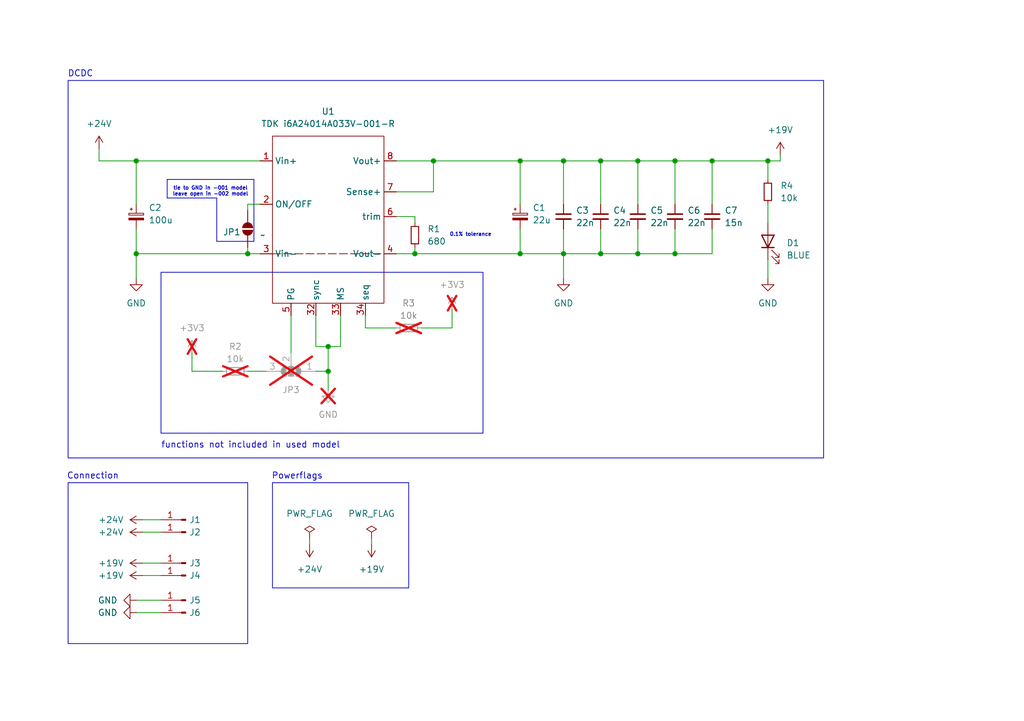
<source format=kicad_sch>
(kicad_sch (version 20231120) (generator "eeschema") (generator_version "8.0")
  (paper "A5")
  (title_block (title "Piggyback DCDC") (date "2025-05-12") (rev "V1.0") (company "FaSTTUBe"))
  (lib_symbols
    (symbol "Connector:Conn_01x01_Pin" (pin_names (offset 1.016) hide)
      (property "Reference" "J" (at 0 2.54 0))
      (property "Value" "Conn_01x01_Pin" (at 0 -2.54 0))
      (symbol "Conn_01x01_Pin_1_1"
        (polyline (pts (xy 1.27 0) (xy 0.8636 0)) (stroke (width 0.1524)))
        (rectangle (start 0.8636 0.127) (end 0 -0.127) (stroke (width 0.1524)) (fill (type outline)))
        (pin passive line (at 5.08 0 180) (length 3.81) (name "Pin_1") (number "1"))
      )
    )
    (symbol "Device:C_Polarized_Small" (pin_numbers hide) (pin_names (offset 0.254) hide)
      (property "Reference" "C" (at 0.254 1.778 0))
      (property "Value" "C_Polarized_Small" (at 0.254 -2.032 0))
      (symbol "C_Polarized_Small_0_1"
        (rectangle (start -1.524 -0.3048) (end 1.524 -0.6858) (fill (type outline)))
        (rectangle (start -1.524 0.6858) (end 1.524 0.3048))
        (polyline (pts (xy -1.27 1.524) (xy -0.762 1.524)))
        (polyline (pts (xy -1.016 1.27) (xy -1.016 1.778)))
      )
      (symbol "C_Polarized_Small_1_1"
        (pin passive line (at 0 2.54 270) (length 1.8542) (name "~") (number "1"))
        (pin passive line (at 0 -2.54 90) (length 1.8542) (name "~") (number "2"))
      )
    )
    (symbol "Device:C_Small" (pin_numbers hide) (pin_names (offset 0.254) hide)
      (property "Reference" "C" (at 0.254 1.778 0))
      (property "Value" "C_Small" (at 0.254 -2.032 0))
      (symbol "C_Small_0_1"
        (polyline (pts (xy -1.524 -0.508) (xy 1.524 -0.508)) (stroke (width 0.3302)))
        (polyline (pts (xy -1.524 0.508) (xy 1.524 0.508)) (stroke (width 0.3048)))
      )
      (symbol "C_Small_1_1"
        (pin passive line (at 0 2.54 270) (length 2.032) (name "~") (number "1"))
        (pin passive line (at 0 -2.54 90) (length 2.032) (name "~") (number "2"))
      )
    )
    (symbol "Device:LED" (pin_numbers hide) (pin_names (offset 1.016) hide)
      (property "Reference" "D" (at 0 2.54 0))
      (property "Value" "LED" (at 0 -2.54 0))
      (symbol "LED_0_1"
        (polyline (pts (xy -1.27 -1.27) (xy -1.27 1.27)) (stroke (width 0.254)))
        (polyline (pts (xy -1.27 0) (xy 1.27 0)))
        (polyline (pts (xy 1.27 -1.27) (xy 1.27 1.27) (xy -1.27 0) (xy 1.27 -1.27)) (stroke (width 0.254)))
        (polyline (pts (xy -3.048 -0.762) (xy -4.572 -2.286) (xy -3.81 -2.286) (xy -4.572 -2.286) (xy -4.572 -1.524)))
        (polyline (pts (xy -1.778 -0.762) (xy -3.302 -2.286) (xy -2.54 -2.286) (xy -3.302 -2.286) (xy -3.302 -1.524)))
      )
      (symbol "LED_1_1"
        (pin passive line (at -3.81 0 0) (length 2.54) (name "K") (number "1"))
        (pin passive line (at 3.81 0 180) (length 2.54) (name "A") (number "2"))
      )
    )
    (symbol "Device:R_Small" (pin_numbers hide) (pin_names (offset 0.254) hide)
      (property "Reference" "R" (at 0.762 0.508 0))
      (property "Value" "R_Small" (at 0.762 -1.016 0))
      (symbol "R_Small_0_1"
        (rectangle (start -0.762 1.778) (end 0.762 -1.778) (stroke (width 0.2032)))
      )
      (symbol "R_Small_1_1"
        (pin passive line (at 0 2.54 270) (length 0.762) (name "~") (number "1"))
        (pin passive line (at 0 -2.54 90) (length 0.762) (name "~") (number "2"))
      )
    )
    (symbol "Jumper:SolderJumper_2_Open" (pin_numbers hide) (pin_names (offset 0) hide) (exclude_from_sim yes) (in_bom no)
      (property "Reference" "JP" (at 0 2.032 0))
      (property "Value" "SolderJumper_2_Open" (at 0 -2.54 0))
      (symbol "SolderJumper_2_Open_0_1"
        (arc (start -0.254 1.016) (mid -1.2656 0) (end -0.254 -1.016))
        (arc (start -0.254 1.016) (mid -1.2656 0) (end -0.254 -1.016) (fill (type outline)))
        (polyline (pts (xy -0.254 1.016) (xy -0.254 -1.016)))
        (polyline (pts (xy 0.254 1.016) (xy 0.254 -1.016)))
        (arc (start 0.254 -1.016) (mid 1.2656 0) (end 0.254 1.016))
        (arc (start 0.254 -1.016) (mid 1.2656 0) (end 0.254 1.016) (fill (type outline)))
      )
      (symbol "SolderJumper_2_Open_1_1"
        (pin passive line (at -3.81 0 0) (length 2.54) (name "A") (number "1"))
        (pin passive line (at 3.81 0 180) (length 2.54) (name "B") (number "2"))
      )
    )
    (symbol "Jumper:SolderJumper_3_Open" (pin_names (offset 0) hide) (exclude_from_sim yes) (in_bom no)
      (property "Reference" "JP" (at -2.54 -2.54 0))
      (property "Value" "SolderJumper_3_Open" (at 0 2.794 0))
      (symbol "SolderJumper_3_Open_0_1"
        (arc (start -1.016 1.016) (mid -2.0276 0) (end -1.016 -1.016))
        (arc (start -1.016 1.016) (mid -2.0276 0) (end -1.016 -1.016) (fill (type outline)))
        (rectangle (start -0.508 1.016) (end 0.508 -1.016) (fill (type outline)))
        (polyline (pts (xy -2.54 0) (xy -2.032 0)))
        (polyline (pts (xy -1.016 1.016) (xy -1.016 -1.016)))
        (polyline (pts (xy 0 -1.27) (xy 0 -1.016)))
        (polyline (pts (xy 1.016 1.016) (xy 1.016 -1.016)))
        (polyline (pts (xy 2.54 0) (xy 2.032 0)))
        (arc (start 1.016 -1.016) (mid 2.0276 0) (end 1.016 1.016))
        (arc (start 1.016 -1.016) (mid 2.0276 0) (end 1.016 1.016) (fill (type outline)))
      )
      (symbol "SolderJumper_3_Open_1_1"
        (pin passive line (at -5.08 0 0) (length 2.54) (name "A") (number "1"))
        (pin passive line (at 0 -3.81 90) (length 2.54) (name "C") (number "2"))
        (pin passive line (at 5.08 0 180) (length 2.54) (name "B") (number "3"))
      )
    )
    (symbol "TDK_i6A24014A033V-001-R:TDK_i6A24014A033V-001-R"
      (property "Reference" "U" (at 0 1.27 0))
      (property "Value" "TDK i6A24014A033V-001-R" (at 0 -1.27 0))
      (symbol "TDK_i6A24014A033V-001-R_0_1"
        (rectangle (start -11.43 -2.54) (end 11.43 -36.83))
      )
      (symbol "TDK_i6A24014A033V-001-R_1_1"
        (polyline (pts (xy -11.43 -26.67) (xy 11.43 -26.67)) (stroke (width 0) (type dash)))
        (pin input line (at -13.97 -7.62 0) (length 2.54) (name "Vin+") (number "1"))
        (pin input line (at -13.97 -16.51 0) (length 2.54) (name "ON/OFF") (number "2"))
        (pin input line (at -13.97 -26.67 0) (length 2.54) (name "Vin-") (number "3"))
        (pin input line (at -2.54 -39.37 90) (length 2.54) (name "sync") (number "32"))
        (pin input line (at 2.54 -39.37 90) (length 2.54) (name "MS") (number "33"))
        (pin input line (at 7.62 -39.37 90) (length 2.54) (name "seq") (number "34"))
        (pin input line (at 13.97 -26.67 180) (length 2.54) (name "Vout-") (number "4"))
        (pin input line (at -7.62 -39.37 90) (length 2.54) (name "PG") (number "5"))
        (pin input line (at 13.97 -19.05 180) (length 2.54) (name "trim") (number "6"))
        (pin input line (at 13.97 -13.97 180) (length 2.54) (name "Sense+") (number "7"))
        (pin input line (at 13.97 -7.62 180) (length 2.54) (name "Vout+") (number "8"))
      )
    )
    (symbol "power:+10V" (power) (pin_numbers hide) (pin_names (offset 0) hide)
      (property "Value" "+10V" (at 0 3.556 0))
      (symbol "+10V_0_1"
        (polyline (pts (xy -0.762 1.27) (xy 0 2.54)))
        (polyline (pts (xy 0 0) (xy 0 2.54)))
        (polyline (pts (xy 0 2.54) (xy 0.762 1.27)))
      )
      (symbol "+10V_1_1"
        (pin power_in line (at 0 0 90) (length 0) (name "~") (number "1"))
      )
    )
    (symbol "power:+24V" (power) (pin_numbers hide) (pin_names (offset 0) hide)
      (property "Value" "+24V" (at 0 3.556 0))
      (symbol "+24V_0_1"
        (polyline (pts (xy -0.762 1.27) (xy 0 2.54)))
        (polyline (pts (xy 0 0) (xy 0 2.54)))
        (polyline (pts (xy 0 2.54) (xy 0.762 1.27)))
      )
      (symbol "+24V_1_1"
        (pin power_in line (at 0 0 90) (length 0) (name "~") (number "1"))
      )
    )
    (symbol "power:+3V3" (power) (pin_numbers hide) (pin_names (offset 0) hide)
      (property "Value" "+3V3" (at 0 3.556 0))
      (symbol "+3V3_0_1"
        (polyline (pts (xy -0.762 1.27) (xy 0 2.54)))
        (polyline (pts (xy 0 0) (xy 0 2.54)))
        (polyline (pts (xy 0 2.54) (xy 0.762 1.27)))
      )
      (symbol "+3V3_1_1"
        (pin power_in line (at 0 0 90) (length 0) (name "~") (number "1"))
      )
    )
    (symbol "power:GND" (power) (pin_numbers hide) (pin_names (offset 0) hide)
      (property "Value" "GND" (at 0 -3.81 0))
      (symbol "GND_0_1"
        (polyline (pts (xy 0 0) (xy 0 -1.27) (xy 1.27 -1.27) (xy 0 -2.54) (xy -1.27 -1.27) (xy 0 -1.27)))
      )
      (symbol "GND_1_1"
        (pin power_in line (at 0 0 270) (length 0) (name "~") (number "1"))
      )
    )
    (symbol "power:PWR_FLAG" (power) (pin_numbers hide) (pin_names (offset 0) hide)
      (property "Value" "PWR_FLAG" (at 0 3.81 0))
      (symbol "PWR_FLAG_0_0"
        (pin power_out line (at 0 0 90) (length 0) (name "~") (number "1"))
      )
      (symbol "PWR_FLAG_0_1"
        (polyline (pts (xy 0 0) (xy 0 1.27) (xy -1.016 1.905) (xy 0 2.54) (xy 1.016 1.905) (xy 0 1.27)))
      )
    )
  )
  (junction (at 123.19 52.07))
  (junction (at 27.94 52.07))
  (junction (at 88.9 33.02))
  (junction (at 138.43 52.07))
  (junction (at 123.19 33.02))
  (junction (at 115.57 33.02))
  (junction (at 130.81 33.02))
  (junction (at 130.81 52.07))
  (junction (at 157.48 33.02))
  (junction (at 67.31 71.12))
  (junction (at 106.68 33.02))
  (junction (at 138.43 33.02))
  (junction (at 27.94 33.02))
  (junction (at 146.05 33.02))
  (junction (at 115.57 52.07))
  (junction (at 50.8 52.07))
  (junction (at 106.68 52.07))
  (junction (at 85.09 52.07))
  (junction (at 67.31 76.2))
  (wire (pts (xy 69.85 71.12) (xy 67.31 71.12)))
  (wire (pts (xy 146.05 52.07) (xy 138.43 52.07)))
  (wire (pts (xy 106.68 33.02) (xy 106.68 41.91)))
  (wire (pts (xy 29.21 115.57) (xy 33.02 115.57)))
  (polyline (pts (xy 44.45 49.53) (xy 44.45 40.64)))
  (wire (pts (xy 20.32 30.48) (xy 20.32 33.02)))
  (wire (pts (xy 20.32 33.02) (xy 27.94 33.02)))
  (wire (pts (xy 67.31 71.12) (xy 64.77 71.12)))
  (wire (pts (xy 157.48 33.02) (xy 157.48 36.83)))
  (wire (pts (xy 50.8 76.2) (xy 54.61 76.2)))
  (wire (pts (xy 27.94 33.02) (xy 53.34 33.02)))
  (wire (pts (xy 39.37 72.39) (xy 39.37 76.2)))
  (wire (pts (xy 27.94 33.02) (xy 27.94 41.91)))
  (wire (pts (xy 81.28 44.45) (xy 85.09 44.45)))
  (wire (pts (xy 67.31 71.12) (xy 67.31 76.2)))
  (wire (pts (xy 53.34 41.91) (xy 50.8 41.91)))
  (wire (pts (xy 69.85 64.77) (xy 69.85 71.12)))
  (wire (pts (xy 27.94 52.07) (xy 50.8 52.07)))
  (wire (pts (xy 123.19 46.99) (xy 123.19 52.07)))
  (wire (pts (xy 115.57 33.02) (xy 123.19 33.02)))
  (wire (pts (xy 106.68 33.02) (xy 88.9 33.02)))
  (wire (pts (xy 92.71 67.31) (xy 86.36 67.31)))
  (wire (pts (xy 81.28 67.31) (xy 74.93 67.31)))
  (wire (pts (xy 50.8 41.91) (xy 50.8 43.18)))
  (wire (pts (xy 160.02 33.02) (xy 157.48 33.02)))
  (wire (pts (xy 76.2 110.49) (xy 76.2 111.76)))
  (polyline (pts (xy 52.07 49.53) (xy 44.45 49.53)))
  (wire (pts (xy 115.57 52.07) (xy 115.57 57.15)))
  (wire (pts (xy 157.48 41.91) (xy 157.48 45.72)))
  (wire (pts (xy 64.77 76.2) (xy 67.31 76.2)))
  (wire (pts (xy 130.81 52.07) (xy 138.43 52.07)))
  (wire (pts (xy 88.9 33.02) (xy 81.28 33.02)))
  (wire (pts (xy 64.77 71.12) (xy 64.77 64.77)))
  (wire (pts (xy 85.09 52.07) (xy 106.68 52.07)))
  (wire (pts (xy 138.43 33.02) (xy 138.43 41.91)))
  (wire (pts (xy 130.81 46.99) (xy 130.81 52.07)))
  (wire (pts (xy 115.57 33.02) (xy 115.57 41.91)))
  (wire (pts (xy 50.8 52.07) (xy 53.34 52.07)))
  (wire (pts (xy 146.05 33.02) (xy 157.48 33.02)))
  (wire (pts (xy 27.94 123.19) (xy 33.02 123.19)))
  (wire (pts (xy 130.81 41.91) (xy 130.81 33.02)))
  (wire (pts (xy 29.21 106.68) (xy 33.02 106.68)))
  (wire (pts (xy 157.48 53.34) (xy 157.48 57.15)))
  (wire (pts (xy 85.09 44.45) (xy 85.09 45.72)))
  (wire (pts (xy 106.68 46.99) (xy 106.68 52.07)))
  (wire (pts (xy 59.69 64.77) (xy 59.69 72.39)))
  (wire (pts (xy 50.8 50.8) (xy 50.8 52.07)))
  (wire (pts (xy 138.43 52.07) (xy 138.43 46.99)))
  (wire (pts (xy 146.05 46.99) (xy 146.05 52.07)))
  (polyline (pts (xy 34.29 40.64) (xy 34.29 36.83)))
  (wire (pts (xy 39.37 76.2) (xy 45.72 76.2)))
  (wire (pts (xy 138.43 33.02) (xy 146.05 33.02)))
  (wire (pts (xy 88.9 39.37) (xy 88.9 33.02)))
  (wire (pts (xy 74.93 67.31) (xy 74.93 64.77)))
  (wire (pts (xy 27.94 46.99) (xy 27.94 52.07)))
  (wire (pts (xy 130.81 33.02) (xy 138.43 33.02)))
  (wire (pts (xy 115.57 33.02) (xy 106.68 33.02)))
  (wire (pts (xy 115.57 52.07) (xy 123.19 52.07)))
  (wire (pts (xy 146.05 33.02) (xy 146.05 41.91)))
  (wire (pts (xy 85.09 52.07) (xy 85.09 50.8)))
  (wire (pts (xy 29.21 118.11) (xy 33.02 118.11)))
  (wire (pts (xy 63.5 110.49) (xy 63.5 111.76)))
  (wire (pts (xy 123.19 33.02) (xy 123.19 41.91)))
  (wire (pts (xy 115.57 46.99) (xy 115.57 52.07)))
  (wire (pts (xy 67.31 76.2) (xy 67.31 80.01)))
  (wire (pts (xy 27.94 52.07) (xy 27.94 57.15)))
  (wire (pts (xy 160.02 31.75) (xy 160.02 33.02)))
  (wire (pts (xy 29.21 109.22) (xy 33.02 109.22)))
  (wire (pts (xy 123.19 33.02) (xy 130.81 33.02)))
  (wire (pts (xy 81.28 52.07) (xy 85.09 52.07)))
  (polyline (pts (xy 52.07 36.83) (xy 52.07 49.53)))
  (polyline (pts (xy 34.29 36.83) (xy 52.07 36.83)))
  (polyline (pts (xy 44.45 40.64) (xy 34.29 40.64)))
  (wire (pts (xy 81.28 39.37) (xy 88.9 39.37)))
  (wire (pts (xy 115.57 52.07) (xy 106.68 52.07)))
  (wire (pts (xy 27.94 125.73) (xy 33.02 125.73)))
  (wire (pts (xy 123.19 52.07) (xy 130.81 52.07)))
  (wire (pts (xy 92.71 63.5) (xy 92.71 67.31)))
  (rectangle (start 55.88 99.06) (end 83.82 120.65))
  (rectangle (start 13.97 99.06) (end 50.8 132.08))
  (rectangle (start 33.02 55.88) (end 99.06 88.9))
  (rectangle (start 13.97 16.51) (end 168.91 93.98))
  (text "tie to GND in -001 model\nleave open in -002 model" (at 43.18 39.37 0) (effects (font (size 0.75 0.75))))
  (text "Connection" (at 19.05 97.79 0) (effects (font (size 1.27 1.27))))
  (text "DCDC" (at 16.51 15.24 0) (effects (font (size 1.27 1.27))))
  (text "Powerflags" (at 60.96 97.79 0) (effects (font (size 1.27 1.27))))
  (text "functions not included in used model" (at 33.02 91.44 0) (effects (font (size 1.27 1.27)) (justify left)))
  (text "0.1% tolerance" (at 96.52 48.26 0) (effects (font (size 0.75 0.75))))
  (symbol (lib_id "power:+24V") (at 29.21 109.22 90) (unit 1)
    (property "Reference" "#PWR011" (effects (hide yes)))
    (property "Value" "+24V" (at 25.4 109.2199 90) (effects (justify left)))
    (property "Description" "Power symbol creates a global label with name \"+24V\"" (effects (hide yes)))
  )
  (symbol (lib_id "Connector:Conn_01x01_Pin") (at 38.1 109.22 180) (unit 1)
    (property "Reference" "J2" (at 40.005 109.22 0))
    (property "Value" "Conn_01x01_Pin" (effects (hide yes)))
    (property "Footprint" "FaSTTUBe_logos:hole_2mm" (effects (hide yes)))
    (property "Description" "Generic connector, single row, 01x01, script generated" (effects (hide yes)))
  )
  (symbol (lib_id "power:GND") (at 27.94 57.15 0) (unit 1)
    (property "Reference" "#PWR07" (effects (hide yes)))
    (property "Value" "GND" (at 27.94 62.23 0))
    (property "Description" "Power symbol creates a global label with name \"GND\" , ground" (effects (hide yes)))
  )
  (symbol (lib_id "Device:LED") (at 157.48 49.53 90) (unit 1)
    (property "Reference" "D1" (at 161.29 49.8474 90) (effects (justify right)))
    (property "Value" "BLUE" (at 161.29 52.3874 90) (effects (justify right)))
    (property "Footprint" "LED_SMD:LED_0603_1608Metric" (effects (hide yes)))
    (property "Description" "Light emitting diode" (effects (hide yes)))
  )
  (symbol (lib_id "Jumper:SolderJumper_2_Open") (at 50.8 46.99 90) (unit 1) (exclude_from_sim yes) (in_bom no)
    (property "Reference" "JP1" (at 45.72 47.6249 90) (effects (justify right)))
    (property "Value" "~" (at 53.34 48.26 90) (effects (justify right)))
    (property "Footprint" "Jumper:SolderJumper-2_P1.3mm_Open_RoundedPad1.0x1.5mm" (effects (hide yes)))
    (property "Description" "Solder Jumper, 2-pole, open" (effects (hide yes)))
  )
  (symbol (lib_id "power:+3V3") (at 92.71 63.5 0) (mirror y) (unit 1) (exclude_from_sim yes) (in_bom no) (on_board no) (dnp yes)
    (property "Reference" "#PWR05" (effects (hide yes)))
    (property "Value" "+3V3" (at 92.71 58.42 0))
    (property "Description" "Power symbol creates a global label with name \"+3V3\"" (effects (hide yes)))
  )
  (symbol (lib_id "power:+3V3") (at 39.37 72.39 0) (unit 1) (exclude_from_sim yes) (in_bom no) (on_board no) (dnp yes)
    (property "Reference" "#PWR03" (effects (hide yes)))
    (property "Value" "+3V3" (at 39.37 67.31 0))
    (property "Description" "Power symbol creates a global label with name \"+3V3\"" (effects (hide yes)))
  )
  (symbol (lib_id "Device:C_Small") (at 130.81 44.45 0) (unit 1)
    (property "Reference" "C5" (at 133.35 43.1862 0) (effects (justify left)))
    (property "Value" "22n" (at 133.35 45.7262 0) (effects (justify left)))
    (property "Footprint" "Capacitor_SMD:C_1210_3225Metric" (effects (hide yes)))
    (property "Description" "Unpolarized capacitor, small symbol" (effects (hide yes)))
  )
  (symbol (lib_id "Device:C_Small") (at 138.43 44.45 0) (unit 1)
    (property "Reference" "C6" (at 140.97 43.1862 0) (effects (justify left)))
    (property "Value" "22n" (at 140.97 45.7262 0) (effects (justify left)))
    (property "Footprint" "Capacitor_SMD:C_1210_3225Metric" (effects (hide yes)))
    (property "Description" "Unpolarized capacitor, small symbol" (effects (hide yes)))
  )
  (symbol (lib_id "power:+10V") (at 160.02 31.75 0) (unit 1)
    (property "Reference" "#PWR02" (effects (hide yes)))
    (property "Value" "+19V" (at 160.02 26.67 0))
    (property "Description" "Power symbol creates a global label with name \"+19V\"" (effects (hide yes)))
  )
  (symbol (lib_id "Connector:Conn_01x01_Pin") (at 38.1 118.11 180) (unit 1)
    (property "Reference" "J4" (at 40.005 118.11 0))
    (property "Value" "Conn_01x01_Pin" (effects (hide yes)))
    (property "Footprint" "FaSTTUBe_logos:hole_2mm" (effects (hide yes)))
    (property "Description" "Generic connector, single row, 01x01, script generated" (effects (hide yes)))
  )
  (symbol (lib_id "Device:R_Small") (at 85.09 48.26 0) (unit 1)
    (property "Reference" "R1" (at 87.63 46.9899 0) (effects (justify left)))
    (property "Value" "680" (at 87.63 49.5299 0) (effects (justify left)))
    (property "Footprint" "Resistor_SMD:R_0805_2012Metric" (effects (hide yes)))
    (property "Description" "Resistor, small symbol" (effects (hide yes)))
  )
  (symbol (lib_id "Jumper:SolderJumper_3_Open") (at 59.69 76.2 180) (unit 1) (exclude_from_sim yes) (in_bom no) (on_board no) (dnp yes)
    (property "Reference" "JP3" (at 59.69 80.01 0))
    (property "Value" "SolderJumper_3_Open" (effects (hide yes)))
    (property "Footprint" "Jumper:SolderJumper-3_P1.3mm_Open_RoundedPad1.0x1.5mm_NumberLabels" (effects (hide yes)))
    (property "Description" "Solder Jumper, 3-pole, open" (effects (hide yes)))
  )
  (symbol (lib_id "power:GND") (at 115.57 57.15 0) (unit 1)
    (property "Reference" "#PWR08" (effects (hide yes)))
    (property "Value" "GND" (at 115.57 62.23 0))
    (property "Description" "Power symbol creates a global label with name \"GND\" , ground" (effects (hide yes)))
  )
  (symbol (lib_id "Device:R_Small") (at 48.26 76.2 90) (unit 1) (in_bom no) (on_board no) (dnp yes)
    (property "Reference" "R2" (at 48.26 71.12 90))
    (property "Value" "10k" (at 48.26 73.66 90))
    (property "Footprint" "Resistor_SMD:R_0603_1608Metric" (effects (hide yes)))
    (property "Description" "Resistor, small symbol" (effects (hide yes)))
  )
  (symbol (lib_id "power:PWR_FLAG") (at 76.2 110.49 0) (unit 1)
    (property "Reference" "#FLG02" (effects (hide yes)))
    (property "Value" "PWR_FLAG" (at 76.2 105.41 0))
    (property "Description" "Special symbol for telling ERC where power comes from" (effects (hide yes)))
  )
  (symbol (lib_id "power:GND") (at 27.94 123.19 270) (unit 1)
    (property "Reference" "#PWR016" (effects (hide yes)))
    (property "Value" "GND" (at 24.13 123.1899 90) (effects (justify right)))
    (property "Description" "Power symbol creates a global label with name \"GND\" , ground" (effects (hide yes)))
  )
  (symbol (lib_id "power:PWR_FLAG") (at 63.5 110.49 0) (unit 1)
    (property "Reference" "#FLG01" (effects (hide yes)))
    (property "Value" "PWR_FLAG" (at 63.5 105.41 0))
    (property "Description" "Special symbol for telling ERC where power comes from" (effects (hide yes)))
  )
  (symbol (lib_id "power:GND") (at 27.94 125.73 270) (unit 1)
    (property "Reference" "#PWR017" (effects (hide yes)))
    (property "Value" "GND" (at 24.13 125.7299 90) (effects (justify right)))
    (property "Description" "Power symbol creates a global label with name \"GND\" , ground" (effects (hide yes)))
  )
  (symbol (lib_id "Device:C_Small") (at 123.19 44.45 0) (unit 1)
    (property "Reference" "C4" (at 125.73 43.1862 0) (effects (justify left)))
    (property "Value" "22n" (at 125.73 45.7262 0) (effects (justify left)))
    (property "Footprint" "Capacitor_SMD:C_1210_3225Metric" (effects (hide yes)))
    (property "Description" "Unpolarized capacitor, small symbol" (effects (hide yes)))
  )
  (symbol (lib_id "power:+24V") (at 63.5 111.76 180) (unit 1)
    (property "Reference" "#PWR04" (effects (hide yes)))
    (property "Value" "+24V" (at 63.5 116.84 0))
    (property "Description" "Power symbol creates a global label with name \"+24V\"" (effects (hide yes)))
  )
  (symbol (lib_id "Device:C_Polarized_Small") (at 106.68 44.45 0) (unit 1)
    (property "Reference" "C1" (at 109.22 42.6338 0) (effects (justify left)))
    (property "Value" "22u" (at 109.22 45.1738 0) (effects (justify left)))
    (property "Footprint" "C_THT:C_THT_5mm" (effects (hide yes)))
    (property "Description" "Polarized capacitor, small symbol" (effects (hide yes)))
  )
  (symbol (lib_id "power:+10V") (at 29.21 115.57 90) (unit 1)
    (property "Reference" "#PWR014" (effects (hide yes)))
    (property "Value" "+19V" (at 25.4 115.5699 90) (effects (justify left)))
    (property "Description" "Power symbol creates a global label with name \"+19V\"" (effects (hide yes)))
  )
  (symbol (lib_id "power:+10V") (at 76.2 111.76 180) (unit 1)
    (property "Reference" "#PWR09" (effects (hide yes)))
    (property "Value" "+19V" (at 76.2 116.84 0))
    (property "Description" "Power symbol creates a global label with name \"+19V\"" (effects (hide yes)))
  )
  (symbol (lib_id "Connector:Conn_01x01_Pin") (at 38.1 123.19 180) (unit 1)
    (property "Reference" "J5" (at 40.005 123.19 0))
    (property "Value" "Conn_01x01_Pin" (effects (hide yes)))
    (property "Footprint" "FaSTTUBe_logos:hole_2mm" (effects (hide yes)))
    (property "Description" "Generic connector, single row, 01x01, script generated" (effects (hide yes)))
  )
  (symbol (lib_id "Device:C_Small") (at 115.57 44.45 0) (unit 1)
    (property "Reference" "C3" (at 118.11 43.1862 0) (effects (justify left)))
    (property "Value" "22n" (at 118.11 45.7262 0) (effects (justify left)))
    (property "Footprint" "Capacitor_SMD:C_1210_3225Metric" (effects (hide yes)))
    (property "Description" "Unpolarized capacitor, small symbol" (effects (hide yes)))
  )
  (symbol (lib_id "Device:C_Small") (at 146.05 44.45 0) (unit 1)
    (property "Reference" "C7" (at 148.59 43.1862 0) (effects (justify left)))
    (property "Value" "15n" (at 148.59 45.7262 0) (effects (justify left)))
    (property "Footprint" "Capacitor_SMD:C_1210_3225Metric" (effects (hide yes)))
    (property "Description" "Unpolarized capacitor, small symbol" (effects (hide yes)))
  )
  (symbol (lib_id "Connector:Conn_01x01_Pin") (at 38.1 106.68 180) (unit 1)
    (property "Reference" "J1" (at 40.005 106.68 0))
    (property "Value" "Conn_01x01_Pin" (effects (hide yes)))
    (property "Footprint" "FaSTTUBe_logos:hole_2mm" (effects (hide yes)))
    (property "Description" "Generic connector, single row, 01x01, script generated" (effects (hide yes)))
  )
  (symbol (lib_id "Device:R_Small") (at 83.82 67.31 270) (mirror x) (unit 1) (in_bom no) (on_board no) (dnp yes)
    (property "Reference" "R3" (at 83.82 62.23 90))
    (property "Value" "10k" (at 83.82 64.77 90))
    (property "Footprint" "Resistor_SMD:R_0603_1608Metric" (effects (hide yes)))
    (property "Description" "Resistor, small symbol" (effects (hide yes)))
  )
  (symbol (lib_id "power:+24V") (at 29.21 106.68 90) (unit 1)
    (property "Reference" "#PWR010" (effects (hide yes)))
    (property "Value" "+24V" (at 25.4 106.6799 90) (effects (justify left)))
    (property "Description" "Power symbol creates a global label with name \"+24V\"" (effects (hide yes)))
  )
  (symbol (lib_id "power:+10V") (at 29.21 118.11 90) (unit 1)
    (property "Reference" "#PWR015" (effects (hide yes)))
    (property "Value" "+19V" (at 25.4 118.1099 90) (effects (justify left)))
    (property "Description" "Power symbol creates a global label with name \"+19V\"" (effects (hide yes)))
  )
  (symbol (lib_id "TDK_i6A24014A033V-001-R:TDK_i6A24014A033V-001-R") (at 67.31 25.4 0) (unit 1)
    (property "Reference" "U1" (at 67.31 22.86 0))
    (property "Value" "TDK i6A24014A033V-001-R" (at 67.31 25.4 0))
    (property "Footprint" "i6A24014A033V-001-R:I6A24014A033V001R" (effects (hide yes)))
    (property "Datasheet" "https://product.tdk.com/system/files/dam/doc/product/power/switching-power/dc-dc-converter/specification/i6a14a_spec.pdf" (effects (hide yes)))
  )
  (symbol (lib_id "Device:C_Polarized_Small") (at 27.94 44.45 0) (unit 1)
    (property "Reference" "C2" (at 30.48 42.6338 0) (effects (justify left)))
    (property "Value" "100u" (at 30.48 45.1738 0) (effects (justify left)))
    (property "Footprint" "C_THT:C_THT_8mm" (effects (hide yes)))
    (property "Description" "Polarized capacitor, small symbol" (effects (hide yes)))
  )
  (symbol (lib_id "power:+24V") (at 20.32 30.48 0) (unit 1)
    (property "Reference" "#PWR01" (effects (hide yes)))
    (property "Value" "+24V" (at 20.32 25.4 0))
    (property "Description" "Power symbol creates a global label with name \"+24V\"" (effects (hide yes)))
  )
  (symbol (lib_id "Connector:Conn_01x01_Pin") (at 38.1 125.73 180) (unit 1)
    (property "Reference" "J6" (at 40.005 125.73 0))
    (property "Value" "Conn_01x01_Pin" (effects (hide yes)))
    (property "Footprint" "FaSTTUBe_logos:hole_2mm" (effects (hide yes)))
    (property "Description" "Generic connector, single row, 01x01, script generated" (effects (hide yes)))
  )
  (symbol (lib_id "Connector:Conn_01x01_Pin") (at 38.1 115.57 180) (unit 1)
    (property "Reference" "J3" (at 40.005 115.57 0))
    (property "Value" "Conn_01x01_Pin" (effects (hide yes)))
    (property "Footprint" "FaSTTUBe_logos:hole_2mm" (effects (hide yes)))
    (property "Description" "Generic connector, single row, 01x01, script generated" (effects (hide yes)))
  )
  (symbol (lib_id "power:GND") (at 67.31 80.01 0) (unit 1) (exclude_from_sim yes) (in_bom no) (on_board no) (dnp yes)
    (property "Reference" "#PWR06" (effects (hide yes)))
    (property "Value" "GND" (at 67.31 85.09 0))
    (property "Description" "Power symbol creates a global label with name \"GND\" , ground" (effects (hide yes)))
  )
  (symbol (lib_id "power:GND") (at 157.48 57.15 0) (unit 1)
    (property "Reference" "#PWR012" (effects (hide yes)))
    (property "Value" "GND" (at 157.48 62.23 0))
    (property "Description" "Power symbol creates a global label with name \"GND\" , ground" (effects (hide yes)))
  )
  (symbol (lib_id "Device:R_Small") (at 157.48 39.37 0) (unit 1)
    (property "Reference" "R4" (at 160.02 38.0999 0) (effects (justify left)))
    (property "Value" "10k" (at 160.02 40.6399 0) (effects (justify left)))
    (property "Footprint" "Resistor_SMD:R_0603_1608Metric" (effects (hide yes)))
    (property "Description" "Resistor, small symbol" (effects (hide yes)))
  )
)
</source>
